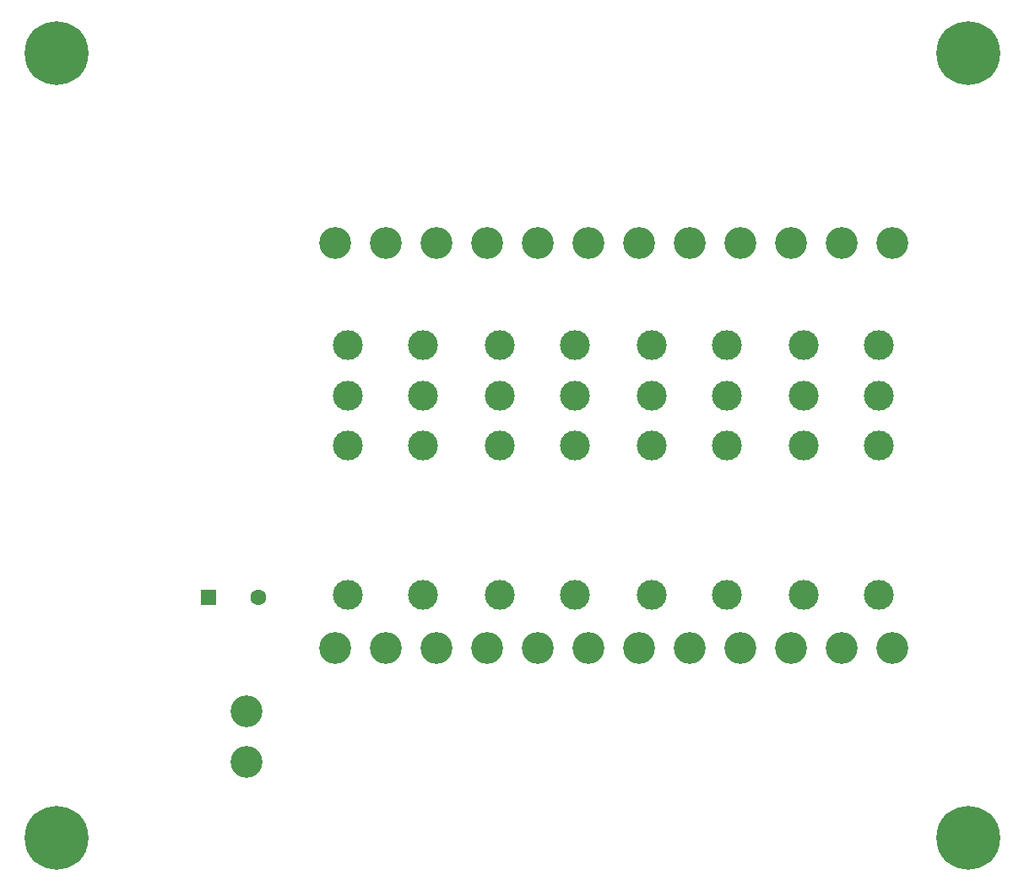
<source format=gbr>
%TF.GenerationSoftware,KiCad,Pcbnew,7.0.6*%
%TF.CreationDate,2023-07-18T18:02:52+08:00*%
%TF.ProjectId,RelayModuleMK1_KiCad,52656c61-794d-46f6-9475-6c654d4b315f,rev?*%
%TF.SameCoordinates,Original*%
%TF.FileFunction,Soldermask,Bot*%
%TF.FilePolarity,Negative*%
%FSLAX46Y46*%
G04 Gerber Fmt 4.6, Leading zero omitted, Abs format (unit mm)*
G04 Created by KiCad (PCBNEW 7.0.6) date 2023-07-18 18:02:52*
%MOMM*%
%LPD*%
G01*
G04 APERTURE LIST*
%ADD10C,3.200000*%
%ADD11C,3.000000*%
%ADD12C,6.400000*%
%ADD13R,1.600000X1.600000*%
%ADD14C,1.600000*%
G04 APERTURE END LIST*
D10*
%TO.C,JIN1*%
X226060000Y-96520000D03*
X231140000Y-96520000D03*
X236220000Y-96520000D03*
%TD*%
D11*
%TO.C,Relay1*%
X219650000Y-91160000D03*
X219650000Y-76160000D03*
X219650000Y-71160000D03*
X219650000Y-66160000D03*
X212150000Y-66160000D03*
X212150000Y-71160000D03*
X212150000Y-76160000D03*
X212150000Y-91160000D03*
%TD*%
D12*
%TO.C,REF\u002A\u002A*%
X182880000Y-115570000D03*
%TD*%
D11*
%TO.C,Relay4*%
X265370000Y-91160000D03*
X265370000Y-76160000D03*
X265370000Y-71160000D03*
X265370000Y-66160000D03*
X257870000Y-66160000D03*
X257870000Y-71160000D03*
X257870000Y-76160000D03*
X257870000Y-91160000D03*
%TD*%
D10*
%TO.C,JOUT2*%
X251460000Y-55880000D03*
X246380000Y-55880000D03*
X241300000Y-55880000D03*
%TD*%
%TO.C,JOUT0*%
X220980000Y-55880000D03*
X215900000Y-55880000D03*
X210820000Y-55880000D03*
%TD*%
D12*
%TO.C,REF\u002A\u002A*%
X182880000Y-36830000D03*
%TD*%
D10*
%TO.C,JOUT3*%
X266700000Y-55880000D03*
X261620000Y-55880000D03*
X256540000Y-55880000D03*
%TD*%
%TO.C,J1*%
X201930000Y-102870000D03*
X201930000Y-107950000D03*
%TD*%
D11*
%TO.C,Relay3*%
X250130000Y-91160000D03*
X250130000Y-76160000D03*
X250130000Y-71160000D03*
X250130000Y-66160000D03*
X242630000Y-66160000D03*
X242630000Y-71160000D03*
X242630000Y-76160000D03*
X242630000Y-91160000D03*
%TD*%
%TO.C,Relay2*%
X234890000Y-91160000D03*
X234890000Y-76160000D03*
X234890000Y-71160000D03*
X234890000Y-66160000D03*
X227390000Y-66160000D03*
X227390000Y-71160000D03*
X227390000Y-76160000D03*
X227390000Y-91160000D03*
%TD*%
D10*
%TO.C,JOUT1*%
X236220000Y-55880000D03*
X231140000Y-55880000D03*
X226060000Y-55880000D03*
%TD*%
D13*
%TO.C,C2*%
X198160000Y-91440000D03*
D14*
X203160000Y-91440000D03*
%TD*%
D10*
%TO.C,JIN3*%
X256540000Y-96520000D03*
X261620000Y-96520000D03*
X266700000Y-96520000D03*
%TD*%
%TO.C,JIN0*%
X210820000Y-96520000D03*
X215900000Y-96520000D03*
X220980000Y-96520000D03*
%TD*%
%TO.C,JIN2*%
X241300000Y-96520000D03*
X246380000Y-96520000D03*
X251460000Y-96520000D03*
%TD*%
D12*
%TO.C,REF\u002A\u002A*%
X274320000Y-36830000D03*
%TD*%
%TO.C,REF\u002A\u002A*%
X274320000Y-115570000D03*
%TD*%
M02*

</source>
